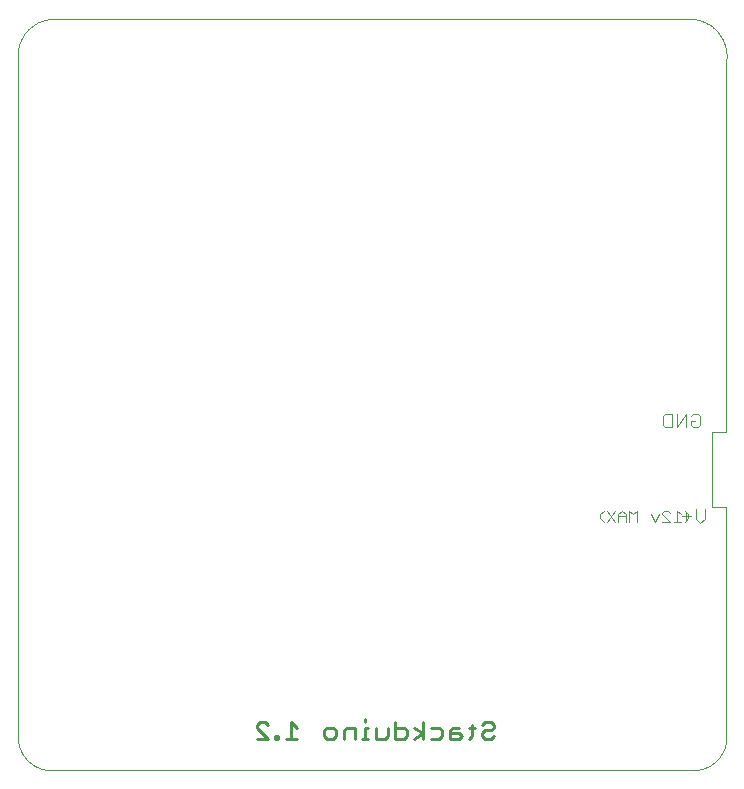
<source format=gbo>
G75*
%MOIN*%
%OFA0B0*%
%FSLAX25Y25*%
%IPPOS*%
%LPD*%
%AMOC8*
5,1,8,0,0,1.08239X$1,22.5*
%
%ADD10C,0.00000*%
%ADD11C,0.01100*%
%ADD12C,0.00400*%
%ADD13C,0.00300*%
D10*
X0032936Y0031270D02*
X0246885Y0031270D01*
X0247154Y0031273D01*
X0247423Y0031283D01*
X0247692Y0031299D01*
X0247960Y0031322D01*
X0248227Y0031351D01*
X0248494Y0031387D01*
X0248760Y0031429D01*
X0249025Y0031477D01*
X0249288Y0031532D01*
X0249550Y0031594D01*
X0249811Y0031661D01*
X0250069Y0031735D01*
X0250326Y0031815D01*
X0250581Y0031901D01*
X0250834Y0031994D01*
X0251084Y0032092D01*
X0251332Y0032197D01*
X0251578Y0032307D01*
X0251820Y0032423D01*
X0252060Y0032546D01*
X0252297Y0032673D01*
X0252531Y0032807D01*
X0252761Y0032946D01*
X0252988Y0033091D01*
X0253211Y0033241D01*
X0253431Y0033397D01*
X0253646Y0033558D01*
X0253858Y0033724D01*
X0254066Y0033895D01*
X0254270Y0034071D01*
X0254469Y0034251D01*
X0254664Y0034437D01*
X0254854Y0034627D01*
X0255040Y0034822D01*
X0255220Y0035021D01*
X0255396Y0035225D01*
X0255567Y0035433D01*
X0255733Y0035645D01*
X0255894Y0035860D01*
X0256050Y0036080D01*
X0256200Y0036303D01*
X0256345Y0036530D01*
X0256484Y0036760D01*
X0256618Y0036994D01*
X0256745Y0037231D01*
X0256868Y0037471D01*
X0256984Y0037713D01*
X0257094Y0037959D01*
X0257199Y0038207D01*
X0257297Y0038457D01*
X0257390Y0038710D01*
X0257476Y0038965D01*
X0257556Y0039222D01*
X0257630Y0039480D01*
X0257697Y0039741D01*
X0257759Y0040003D01*
X0257814Y0040266D01*
X0257862Y0040531D01*
X0257904Y0040797D01*
X0257940Y0041064D01*
X0257969Y0041331D01*
X0257992Y0041599D01*
X0258008Y0041868D01*
X0258018Y0042137D01*
X0258021Y0042406D01*
X0258020Y0042406D02*
X0258020Y0119115D01*
X0253099Y0119115D01*
X0253099Y0144080D01*
X0258020Y0144080D01*
X0258020Y0268166D01*
X0258045Y0268464D01*
X0258063Y0268762D01*
X0258074Y0269061D01*
X0258077Y0269360D01*
X0258073Y0269659D01*
X0258062Y0269958D01*
X0258044Y0270256D01*
X0258018Y0270554D01*
X0257985Y0270851D01*
X0257945Y0271148D01*
X0257898Y0271443D01*
X0257844Y0271737D01*
X0257783Y0272030D01*
X0257714Y0272321D01*
X0257639Y0272610D01*
X0257557Y0272898D01*
X0257467Y0273183D01*
X0257371Y0273466D01*
X0257268Y0273747D01*
X0257159Y0274025D01*
X0257042Y0274300D01*
X0256919Y0274573D01*
X0256790Y0274842D01*
X0256654Y0275109D01*
X0256511Y0275372D01*
X0256362Y0275631D01*
X0256208Y0275887D01*
X0256046Y0276139D01*
X0255879Y0276386D01*
X0255706Y0276630D01*
X0255527Y0276870D01*
X0255343Y0277105D01*
X0255152Y0277336D01*
X0254957Y0277562D01*
X0254755Y0277783D01*
X0254549Y0277999D01*
X0254337Y0278210D01*
X0254121Y0278416D01*
X0253899Y0278617D01*
X0253673Y0278812D01*
X0253442Y0279002D01*
X0253206Y0279186D01*
X0252966Y0279365D01*
X0252722Y0279537D01*
X0252474Y0279704D01*
X0252221Y0279864D01*
X0251965Y0280019D01*
X0251706Y0280167D01*
X0251442Y0280309D01*
X0251176Y0280444D01*
X0250906Y0280573D01*
X0250633Y0280696D01*
X0250358Y0280812D01*
X0250079Y0280921D01*
X0249798Y0281023D01*
X0249515Y0281118D01*
X0249229Y0281207D01*
X0248942Y0281289D01*
X0248652Y0281364D01*
X0248361Y0281431D01*
X0248068Y0281492D01*
X0247774Y0281546D01*
X0247479Y0281592D01*
X0247182Y0281631D01*
X0246885Y0281663D01*
X0246885Y0281664D02*
X0033374Y0281664D01*
X0033085Y0281651D01*
X0032797Y0281631D01*
X0032508Y0281604D01*
X0032221Y0281570D01*
X0031935Y0281529D01*
X0031649Y0281481D01*
X0031365Y0281426D01*
X0031082Y0281365D01*
X0030801Y0281297D01*
X0030522Y0281222D01*
X0030244Y0281140D01*
X0029969Y0281051D01*
X0029695Y0280956D01*
X0029425Y0280854D01*
X0029156Y0280746D01*
X0028890Y0280632D01*
X0028628Y0280511D01*
X0028368Y0280383D01*
X0028111Y0280250D01*
X0027858Y0280110D01*
X0027608Y0279964D01*
X0027362Y0279812D01*
X0027119Y0279654D01*
X0026880Y0279491D01*
X0026646Y0279321D01*
X0026415Y0279147D01*
X0026189Y0278966D01*
X0025967Y0278780D01*
X0025750Y0278589D01*
X0025537Y0278393D01*
X0025330Y0278191D01*
X0025127Y0277985D01*
X0024929Y0277774D01*
X0024736Y0277558D01*
X0024549Y0277337D01*
X0024367Y0277112D01*
X0024191Y0276883D01*
X0024020Y0276649D01*
X0023855Y0276412D01*
X0023695Y0276170D01*
X0023542Y0275925D01*
X0023394Y0275676D01*
X0023253Y0275424D01*
X0023117Y0275168D01*
X0022988Y0274909D01*
X0022866Y0274647D01*
X0022749Y0274382D01*
X0022639Y0274114D01*
X0022536Y0273844D01*
X0022439Y0273572D01*
X0022348Y0273297D01*
X0022265Y0273020D01*
X0022188Y0272741D01*
X0022117Y0272460D01*
X0022054Y0272178D01*
X0021997Y0271894D01*
X0021948Y0271609D01*
X0021905Y0271323D01*
X0021869Y0271036D01*
X0021840Y0270748D01*
X0021818Y0270459D01*
X0021803Y0270170D01*
X0021795Y0269881D01*
X0021794Y0269592D01*
X0021800Y0269302D01*
X0021800Y0042406D01*
X0021803Y0042137D01*
X0021813Y0041868D01*
X0021829Y0041599D01*
X0021852Y0041331D01*
X0021881Y0041064D01*
X0021917Y0040797D01*
X0021959Y0040531D01*
X0022007Y0040266D01*
X0022062Y0040003D01*
X0022124Y0039741D01*
X0022191Y0039480D01*
X0022265Y0039222D01*
X0022345Y0038965D01*
X0022431Y0038710D01*
X0022524Y0038457D01*
X0022622Y0038207D01*
X0022727Y0037959D01*
X0022837Y0037713D01*
X0022953Y0037471D01*
X0023076Y0037231D01*
X0023203Y0036994D01*
X0023337Y0036760D01*
X0023476Y0036530D01*
X0023621Y0036303D01*
X0023771Y0036080D01*
X0023927Y0035860D01*
X0024088Y0035645D01*
X0024254Y0035433D01*
X0024425Y0035225D01*
X0024601Y0035021D01*
X0024781Y0034822D01*
X0024967Y0034627D01*
X0025157Y0034437D01*
X0025352Y0034251D01*
X0025551Y0034071D01*
X0025755Y0033895D01*
X0025963Y0033724D01*
X0026175Y0033558D01*
X0026390Y0033397D01*
X0026610Y0033241D01*
X0026833Y0033091D01*
X0027060Y0032946D01*
X0027290Y0032807D01*
X0027524Y0032673D01*
X0027761Y0032546D01*
X0028001Y0032423D01*
X0028243Y0032307D01*
X0028489Y0032197D01*
X0028737Y0032092D01*
X0028987Y0031994D01*
X0029240Y0031901D01*
X0029495Y0031815D01*
X0029752Y0031735D01*
X0030010Y0031661D01*
X0030271Y0031594D01*
X0030533Y0031532D01*
X0030796Y0031477D01*
X0031061Y0031429D01*
X0031327Y0031387D01*
X0031594Y0031351D01*
X0031861Y0031322D01*
X0032129Y0031299D01*
X0032398Y0031283D01*
X0032667Y0031273D01*
X0032936Y0031270D01*
D11*
X0101408Y0041570D02*
X0105344Y0041570D01*
X0101408Y0045507D01*
X0101408Y0046491D01*
X0102392Y0047475D01*
X0104360Y0047475D01*
X0105344Y0046491D01*
X0107583Y0042554D02*
X0107583Y0041570D01*
X0108567Y0041570D01*
X0108567Y0042554D01*
X0107583Y0042554D01*
X0111076Y0041570D02*
X0115013Y0041570D01*
X0113044Y0041570D02*
X0113044Y0047475D01*
X0115013Y0045507D01*
X0123967Y0044523D02*
X0123967Y0042554D01*
X0124951Y0041570D01*
X0126920Y0041570D01*
X0127904Y0042554D01*
X0127904Y0044523D01*
X0126920Y0045507D01*
X0124951Y0045507D01*
X0123967Y0044523D01*
X0130413Y0044523D02*
X0130413Y0041570D01*
X0130413Y0044523D02*
X0131397Y0045507D01*
X0134349Y0045507D01*
X0134349Y0041570D01*
X0136678Y0041570D02*
X0138646Y0041570D01*
X0137662Y0041570D02*
X0137662Y0045507D01*
X0138646Y0045507D01*
X0137662Y0047475D02*
X0137662Y0048459D01*
X0141155Y0045507D02*
X0141155Y0041570D01*
X0144108Y0041570D01*
X0145092Y0042554D01*
X0145092Y0045507D01*
X0147601Y0045507D02*
X0150553Y0045507D01*
X0151537Y0044523D01*
X0151537Y0042554D01*
X0150553Y0041570D01*
X0147601Y0041570D01*
X0147601Y0047475D01*
X0153956Y0045507D02*
X0156908Y0043538D01*
X0153956Y0041570D01*
X0156908Y0041570D02*
X0156908Y0047475D01*
X0159417Y0045507D02*
X0162370Y0045507D01*
X0163354Y0044523D01*
X0163354Y0042554D01*
X0162370Y0041570D01*
X0159417Y0041570D01*
X0165863Y0041570D02*
X0168815Y0041570D01*
X0169799Y0042554D01*
X0168815Y0043538D01*
X0165863Y0043538D01*
X0165863Y0044523D02*
X0165863Y0041570D01*
X0165863Y0044523D02*
X0166847Y0045507D01*
X0168815Y0045507D01*
X0172128Y0045507D02*
X0174096Y0045507D01*
X0173112Y0046491D02*
X0173112Y0042554D01*
X0172128Y0041570D01*
X0176605Y0042554D02*
X0177589Y0041570D01*
X0179558Y0041570D01*
X0180542Y0042554D01*
X0179558Y0044523D02*
X0177589Y0044523D01*
X0176605Y0043538D01*
X0176605Y0042554D01*
X0176605Y0046491D02*
X0177589Y0047475D01*
X0179558Y0047475D01*
X0180542Y0046491D01*
X0180542Y0045507D01*
X0179558Y0044523D01*
D12*
X0244669Y0114368D02*
X0244669Y0117438D01*
X0246204Y0115903D02*
X0243135Y0115903D01*
X0247739Y0115136D02*
X0247739Y0118205D01*
X0250808Y0118205D02*
X0250808Y0115136D01*
X0249273Y0113601D01*
X0247739Y0115136D01*
X0248409Y0145526D02*
X0246875Y0145526D01*
X0246107Y0146293D01*
X0246107Y0147828D01*
X0247642Y0147828D01*
X0249177Y0146293D02*
X0248409Y0145526D01*
X0249177Y0146293D02*
X0249177Y0149363D01*
X0248409Y0150130D01*
X0246875Y0150130D01*
X0246107Y0149363D01*
X0244573Y0150130D02*
X0244573Y0145526D01*
X0241503Y0145526D02*
X0241503Y0150130D01*
X0239969Y0150130D02*
X0239969Y0145526D01*
X0237667Y0145526D01*
X0236899Y0146293D01*
X0236899Y0149363D01*
X0237667Y0150130D01*
X0239969Y0150130D01*
X0244573Y0150130D02*
X0241503Y0145526D01*
D13*
X0241626Y0117771D02*
X0241626Y0114068D01*
X0242860Y0114068D02*
X0240391Y0114068D01*
X0239177Y0114068D02*
X0236708Y0116536D01*
X0236708Y0117154D01*
X0237325Y0117771D01*
X0238560Y0117771D01*
X0239177Y0117154D01*
X0241626Y0117771D02*
X0242860Y0116536D01*
X0244081Y0117771D02*
X0245315Y0116536D01*
X0245315Y0115302D01*
X0244081Y0114068D01*
X0239177Y0114068D02*
X0236708Y0114068D01*
X0234259Y0114068D02*
X0233025Y0116536D01*
X0235494Y0116536D02*
X0234259Y0114068D01*
X0228127Y0114068D02*
X0228127Y0117771D01*
X0226893Y0116536D01*
X0225659Y0117771D01*
X0225659Y0114068D01*
X0224444Y0114068D02*
X0224444Y0116536D01*
X0223210Y0117771D01*
X0221975Y0116536D01*
X0221975Y0114068D01*
X0220761Y0114068D02*
X0218292Y0117771D01*
X0217078Y0117771D02*
X0215844Y0116536D01*
X0215844Y0115302D01*
X0217078Y0114068D01*
X0218292Y0114068D02*
X0220761Y0117771D01*
X0221975Y0115919D02*
X0224444Y0115919D01*
M02*

</source>
